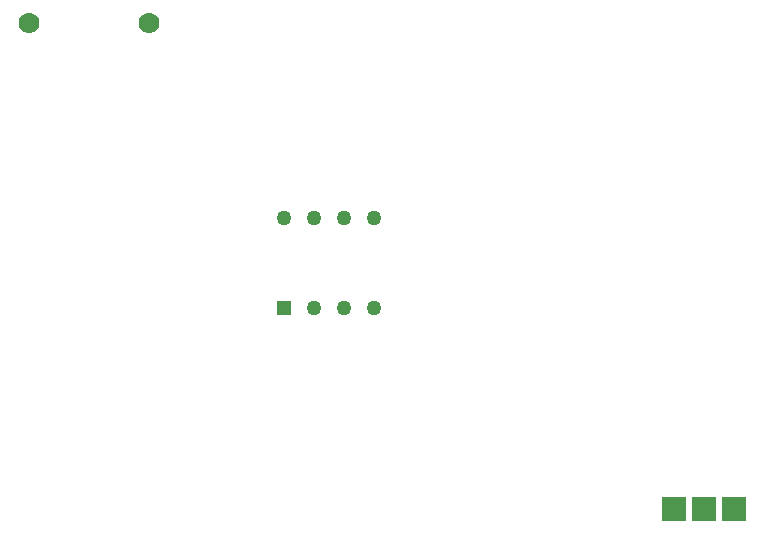
<source format=gbr>
G04 PROTEUS GERBER X2 FILE*
%TF.GenerationSoftware,Labcenter,Proteus,8.8-SP1-Build27031*%
%TF.CreationDate,2025-10-10T10:26:23+00:00*%
%TF.FileFunction,Copper,L1,Top*%
%TF.FilePolarity,Positive*%
%TF.Part,Single*%
%TF.SameCoordinates,{8094492f-3ff1-471c-8339-2af907f7cf70}*%
%FSLAX45Y45*%
%MOMM*%
G01*
%TA.AperFunction,ComponentPad*%
%ADD10C,1.778000*%
%TA.AperFunction,ComponentPad*%
%ADD11R,2.032000X2.032000*%
%TA.AperFunction,ComponentPad*%
%ADD12R,1.270000X1.270000*%
%ADD13C,1.270000*%
%TD.AperFunction*%
D10*
X-2413000Y+4622666D03*
X-1397000Y+4622666D03*
D11*
X+3048000Y+508000D03*
X+3302000Y+508000D03*
X+3556000Y+508000D03*
D12*
X-254000Y+2209666D03*
D13*
X+0Y+2209666D03*
X+254000Y+2209666D03*
X+508000Y+2209666D03*
X+508000Y+2971666D03*
X+254000Y+2971666D03*
X+0Y+2971666D03*
X-254000Y+2971666D03*
M02*

</source>
